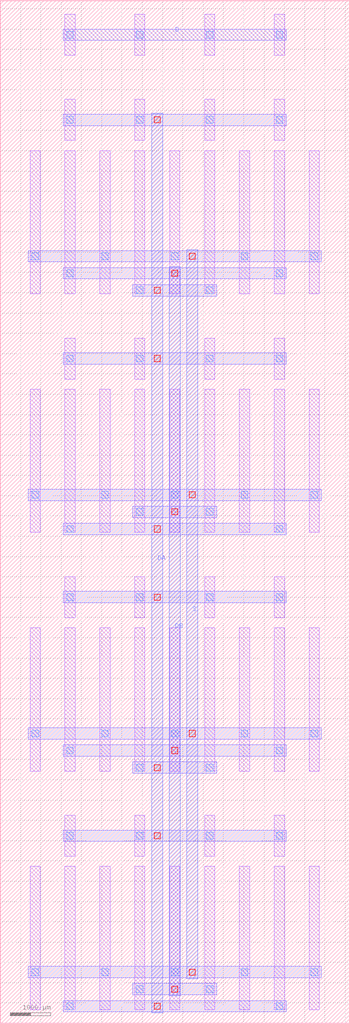
<source format=lef>
MACRO SCM_NMOS_B_85279373_X2_Y4
  UNITS 
    DATABASE MICRONS UNITS 1000;
  END UNITS 
  ORIGIN 0 0 ;
  FOREIGN SCM_NMOS_B_85279373_X2_Y4 0 0 ;
  SIZE 8600 BY 25200 ;
  PIN B
    DIRECTION INOUT ;
    USE SIGNAL ;
    PORT
      LAYER M2 ;
        RECT 1550 24220 7050 24500 ;
    END
  END B
  PIN DA
    DIRECTION INOUT ;
    USE SIGNAL ;
    PORT
      LAYER M3 ;
        RECT 3730 260 4010 22420 ;
    END
  END DA
  PIN DB
    DIRECTION INOUT ;
    USE SIGNAL ;
    PORT
      LAYER M3 ;
        RECT 4160 680 4440 18640 ;
    END
  END DB
  PIN S
    DIRECTION INOUT ;
    USE SIGNAL ;
    PORT
      LAYER M3 ;
        RECT 4590 1100 4870 19060 ;
    END
  END S
  OBS
    LAYER M1 ;
      RECT 1595 335 1845 3865 ;
    LAYER M1 ;
      RECT 1595 4115 1845 5125 ;
    LAYER M1 ;
      RECT 1595 6215 1845 9745 ;
    LAYER M1 ;
      RECT 1595 9995 1845 11005 ;
    LAYER M1 ;
      RECT 1595 12095 1845 15625 ;
    LAYER M1 ;
      RECT 1595 15875 1845 16885 ;
    LAYER M1 ;
      RECT 1595 17975 1845 21505 ;
    LAYER M1 ;
      RECT 1595 21755 1845 22765 ;
    LAYER M1 ;
      RECT 1595 23855 1845 24865 ;
    LAYER M1 ;
      RECT 735 335 985 3865 ;
    LAYER M1 ;
      RECT 735 6215 985 9745 ;
    LAYER M1 ;
      RECT 735 12095 985 15625 ;
    LAYER M1 ;
      RECT 735 17975 985 21505 ;
    LAYER M1 ;
      RECT 2455 335 2705 3865 ;
    LAYER M1 ;
      RECT 2455 6215 2705 9745 ;
    LAYER M1 ;
      RECT 2455 12095 2705 15625 ;
    LAYER M1 ;
      RECT 2455 17975 2705 21505 ;
    LAYER M1 ;
      RECT 3315 335 3565 3865 ;
    LAYER M1 ;
      RECT 3315 4115 3565 5125 ;
    LAYER M1 ;
      RECT 3315 6215 3565 9745 ;
    LAYER M1 ;
      RECT 3315 9995 3565 11005 ;
    LAYER M1 ;
      RECT 3315 12095 3565 15625 ;
    LAYER M1 ;
      RECT 3315 15875 3565 16885 ;
    LAYER M1 ;
      RECT 3315 17975 3565 21505 ;
    LAYER M1 ;
      RECT 3315 21755 3565 22765 ;
    LAYER M1 ;
      RECT 3315 23855 3565 24865 ;
    LAYER M1 ;
      RECT 4175 335 4425 3865 ;
    LAYER M1 ;
      RECT 4175 6215 4425 9745 ;
    LAYER M1 ;
      RECT 4175 12095 4425 15625 ;
    LAYER M1 ;
      RECT 4175 17975 4425 21505 ;
    LAYER M1 ;
      RECT 5035 335 5285 3865 ;
    LAYER M1 ;
      RECT 5035 4115 5285 5125 ;
    LAYER M1 ;
      RECT 5035 6215 5285 9745 ;
    LAYER M1 ;
      RECT 5035 9995 5285 11005 ;
    LAYER M1 ;
      RECT 5035 12095 5285 15625 ;
    LAYER M1 ;
      RECT 5035 15875 5285 16885 ;
    LAYER M1 ;
      RECT 5035 17975 5285 21505 ;
    LAYER M1 ;
      RECT 5035 21755 5285 22765 ;
    LAYER M1 ;
      RECT 5035 23855 5285 24865 ;
    LAYER M1 ;
      RECT 5895 335 6145 3865 ;
    LAYER M1 ;
      RECT 5895 6215 6145 9745 ;
    LAYER M1 ;
      RECT 5895 12095 6145 15625 ;
    LAYER M1 ;
      RECT 5895 17975 6145 21505 ;
    LAYER M1 ;
      RECT 6755 335 7005 3865 ;
    LAYER M1 ;
      RECT 6755 4115 7005 5125 ;
    LAYER M1 ;
      RECT 6755 6215 7005 9745 ;
    LAYER M1 ;
      RECT 6755 9995 7005 11005 ;
    LAYER M1 ;
      RECT 6755 12095 7005 15625 ;
    LAYER M1 ;
      RECT 6755 15875 7005 16885 ;
    LAYER M1 ;
      RECT 6755 17975 7005 21505 ;
    LAYER M1 ;
      RECT 6755 21755 7005 22765 ;
    LAYER M1 ;
      RECT 6755 23855 7005 24865 ;
    LAYER M1 ;
      RECT 7615 335 7865 3865 ;
    LAYER M1 ;
      RECT 7615 6215 7865 9745 ;
    LAYER M1 ;
      RECT 7615 12095 7865 15625 ;
    LAYER M1 ;
      RECT 7615 17975 7865 21505 ;
    LAYER M2 ;
      RECT 1550 4480 7050 4760 ;
    LAYER M2 ;
      RECT 1550 280 7050 560 ;
    LAYER M2 ;
      RECT 3270 700 5330 980 ;
    LAYER M2 ;
      RECT 690 1120 7910 1400 ;
    LAYER M2 ;
      RECT 1550 10360 7050 10640 ;
    LAYER M2 ;
      RECT 3270 6160 5330 6440 ;
    LAYER M2 ;
      RECT 1550 6580 7050 6860 ;
    LAYER M2 ;
      RECT 690 7000 7910 7280 ;
    LAYER M2 ;
      RECT 1550 16240 7050 16520 ;
    LAYER M2 ;
      RECT 1550 12040 7050 12320 ;
    LAYER M2 ;
      RECT 3270 12460 5330 12740 ;
    LAYER M2 ;
      RECT 690 12880 7910 13160 ;
    LAYER M2 ;
      RECT 1550 22120 7050 22400 ;
    LAYER M2 ;
      RECT 3270 17920 5330 18200 ;
    LAYER M2 ;
      RECT 1550 18340 7050 18620 ;
    LAYER M2 ;
      RECT 690 18760 7910 19040 ;
    LAYER V1 ;
      RECT 6795 335 6965 505 ;
    LAYER V1 ;
      RECT 6795 4535 6965 4705 ;
    LAYER V1 ;
      RECT 6795 6635 6965 6805 ;
    LAYER V1 ;
      RECT 6795 10415 6965 10585 ;
    LAYER V1 ;
      RECT 6795 12095 6965 12265 ;
    LAYER V1 ;
      RECT 6795 16295 6965 16465 ;
    LAYER V1 ;
      RECT 6795 18395 6965 18565 ;
    LAYER V1 ;
      RECT 6795 22175 6965 22345 ;
    LAYER V1 ;
      RECT 6795 24275 6965 24445 ;
    LAYER V1 ;
      RECT 1635 335 1805 505 ;
    LAYER V1 ;
      RECT 1635 4535 1805 4705 ;
    LAYER V1 ;
      RECT 1635 6635 1805 6805 ;
    LAYER V1 ;
      RECT 1635 10415 1805 10585 ;
    LAYER V1 ;
      RECT 1635 12095 1805 12265 ;
    LAYER V1 ;
      RECT 1635 16295 1805 16465 ;
    LAYER V1 ;
      RECT 1635 18395 1805 18565 ;
    LAYER V1 ;
      RECT 1635 22175 1805 22345 ;
    LAYER V1 ;
      RECT 1635 24275 1805 24445 ;
    LAYER V1 ;
      RECT 5075 755 5245 925 ;
    LAYER V1 ;
      RECT 5075 4535 5245 4705 ;
    LAYER V1 ;
      RECT 5075 6215 5245 6385 ;
    LAYER V1 ;
      RECT 5075 10415 5245 10585 ;
    LAYER V1 ;
      RECT 5075 12515 5245 12685 ;
    LAYER V1 ;
      RECT 5075 16295 5245 16465 ;
    LAYER V1 ;
      RECT 5075 17975 5245 18145 ;
    LAYER V1 ;
      RECT 5075 22175 5245 22345 ;
    LAYER V1 ;
      RECT 5075 24275 5245 24445 ;
    LAYER V1 ;
      RECT 3355 755 3525 925 ;
    LAYER V1 ;
      RECT 3355 4535 3525 4705 ;
    LAYER V1 ;
      RECT 3355 6215 3525 6385 ;
    LAYER V1 ;
      RECT 3355 10415 3525 10585 ;
    LAYER V1 ;
      RECT 3355 12515 3525 12685 ;
    LAYER V1 ;
      RECT 3355 16295 3525 16465 ;
    LAYER V1 ;
      RECT 3355 17975 3525 18145 ;
    LAYER V1 ;
      RECT 3355 22175 3525 22345 ;
    LAYER V1 ;
      RECT 3355 24275 3525 24445 ;
    LAYER V1 ;
      RECT 775 1175 945 1345 ;
    LAYER V1 ;
      RECT 775 7055 945 7225 ;
    LAYER V1 ;
      RECT 775 12935 945 13105 ;
    LAYER V1 ;
      RECT 775 18815 945 18985 ;
    LAYER V1 ;
      RECT 2495 1175 2665 1345 ;
    LAYER V1 ;
      RECT 2495 7055 2665 7225 ;
    LAYER V1 ;
      RECT 2495 12935 2665 13105 ;
    LAYER V1 ;
      RECT 2495 18815 2665 18985 ;
    LAYER V1 ;
      RECT 4215 1175 4385 1345 ;
    LAYER V1 ;
      RECT 4215 7055 4385 7225 ;
    LAYER V1 ;
      RECT 4215 12935 4385 13105 ;
    LAYER V1 ;
      RECT 4215 18815 4385 18985 ;
    LAYER V1 ;
      RECT 5935 1175 6105 1345 ;
    LAYER V1 ;
      RECT 5935 7055 6105 7225 ;
    LAYER V1 ;
      RECT 5935 12935 6105 13105 ;
    LAYER V1 ;
      RECT 5935 18815 6105 18985 ;
    LAYER V1 ;
      RECT 7655 1175 7825 1345 ;
    LAYER V1 ;
      RECT 7655 7055 7825 7225 ;
    LAYER V1 ;
      RECT 7655 12935 7825 13105 ;
    LAYER V1 ;
      RECT 7655 18815 7825 18985 ;
    LAYER V2 ;
      RECT 3795 345 3945 495 ;
    LAYER V2 ;
      RECT 3795 4545 3945 4695 ;
    LAYER V2 ;
      RECT 3795 6225 3945 6375 ;
    LAYER V2 ;
      RECT 3795 10425 3945 10575 ;
    LAYER V2 ;
      RECT 3795 12105 3945 12255 ;
    LAYER V2 ;
      RECT 3795 16305 3945 16455 ;
    LAYER V2 ;
      RECT 3795 17985 3945 18135 ;
    LAYER V2 ;
      RECT 3795 22185 3945 22335 ;
    LAYER V2 ;
      RECT 4225 765 4375 915 ;
    LAYER V2 ;
      RECT 4225 6645 4375 6795 ;
    LAYER V2 ;
      RECT 4225 12525 4375 12675 ;
    LAYER V2 ;
      RECT 4225 18405 4375 18555 ;
    LAYER V2 ;
      RECT 4655 1185 4805 1335 ;
    LAYER V2 ;
      RECT 4655 7065 4805 7215 ;
    LAYER V2 ;
      RECT 4655 12945 4805 13095 ;
    LAYER V2 ;
      RECT 4655 18825 4805 18975 ;
  END
END SCM_NMOS_B_85279373_X2_Y4

</source>
